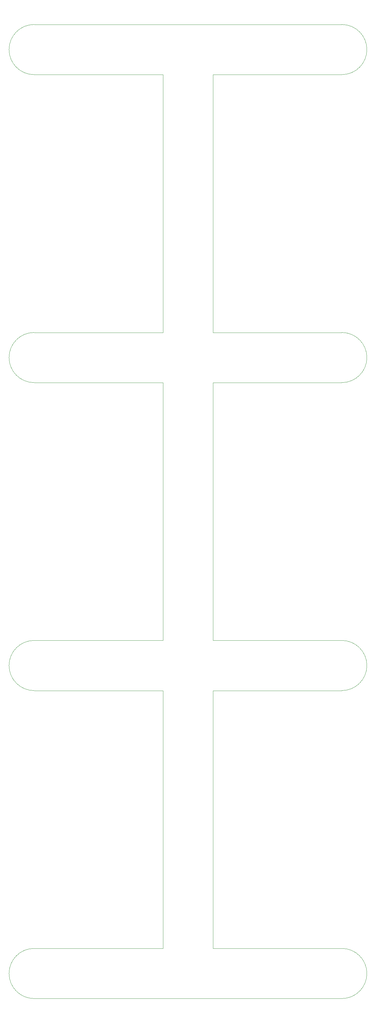
<source format=gbr>
%TF.GenerationSoftware,KiCad,Pcbnew,8.0.0*%
%TF.CreationDate,2024-05-23T14:19:23-05:00*%
%TF.ProjectId,mic_array_circuit,6d69635f-6172-4726-9179-5f6369726375,rev?*%
%TF.SameCoordinates,Original*%
%TF.FileFunction,Profile,NP*%
%FSLAX46Y46*%
G04 Gerber Fmt 4.6, Leading zero omitted, Abs format (unit mm)*
G04 Created by KiCad (PCBNEW 8.0.0) date 2024-05-23 14:19:23*
%MOMM*%
%LPD*%
G01*
G04 APERTURE LIST*
%TA.AperFunction,Profile*%
%ADD10C,0.050000*%
%TD*%
G04 APERTURE END LIST*
D10*
X-500000000Y7000000D02*
X-414000000Y7000000D01*
X-500000000Y-93000000D02*
G75*
G02*
X-500000000Y-79000000I0J7000000D01*
G01*
X-500000000Y-79000000D02*
X-464000000Y-79000000D01*
X-464000000Y-7000000D02*
X-464000000Y-79000000D01*
X-500000000Y-251000000D02*
X-464000000Y-251000000D01*
X-500000000Y-93000000D02*
X-464000000Y-93000000D01*
X-414000000Y-79000000D02*
G75*
G02*
X-414000000Y-93000000I0J-7000000D01*
G01*
X-414000000Y-7000000D02*
X-450000000Y-7000000D01*
X-500000000Y-7000000D02*
X-464000000Y-7000000D01*
X-450000000Y-7000000D02*
X-450000000Y-79000000D01*
X-414000000Y-179000000D02*
X-450000000Y-179000000D01*
X-464000000Y-93000000D02*
X-464000000Y-165000000D01*
X-500000000Y-179000000D02*
G75*
G02*
X-500000000Y-165000000I0J7000000D01*
G01*
X-414000000Y-251000000D02*
G75*
G02*
X-414000000Y-265000000I0J-7000000D01*
G01*
X-500000000Y-7000000D02*
G75*
G02*
X-500000000Y7000000I0J7000000D01*
G01*
X-500000000Y-179000000D02*
X-464000000Y-179000000D01*
X-500000000Y-165000000D02*
X-464000000Y-165000000D01*
X-414000000Y-93000000D02*
X-450000000Y-93000000D01*
X-414000000Y-79000000D02*
X-450000000Y-79000000D01*
X-414000000Y-251000000D02*
X-450000000Y-251000000D01*
X-450000000Y-251000000D02*
X-450000000Y-179000000D01*
X-450000000Y-165000000D02*
X-450000000Y-93000000D01*
X-500000000Y-265000000D02*
G75*
G02*
X-500000000Y-251000000I0J7000000D01*
G01*
X-414000000Y-165000000D02*
G75*
G02*
X-414000000Y-179000000I0J-7000000D01*
G01*
X-414000000Y-165000000D02*
X-450000000Y-165000000D01*
X-414000000Y7000000D02*
G75*
G02*
X-414000000Y-7000000I0J-7000000D01*
G01*
X-414000000Y-265000000D02*
X-500000000Y-265000000D01*
X-464000000Y-251000000D02*
X-464000000Y-179000000D01*
M02*

</source>
